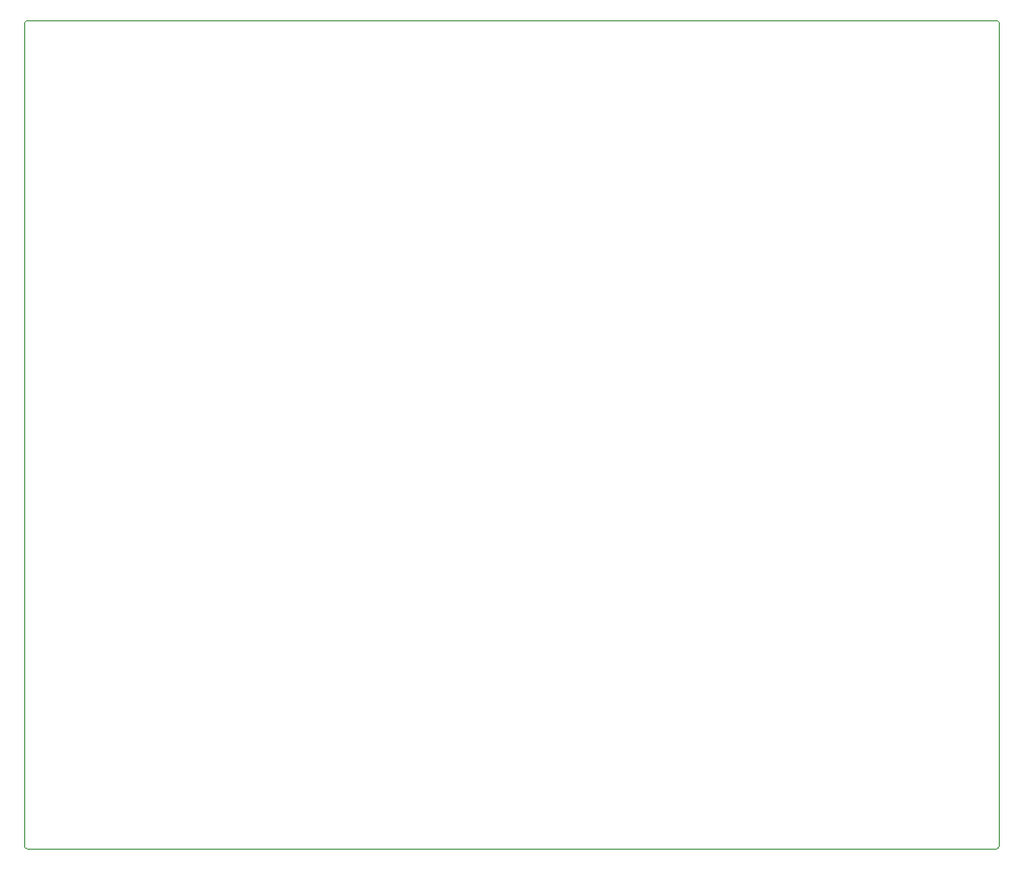
<source format=gbr>
%TF.GenerationSoftware,KiCad,Pcbnew,9.0.6*%
%TF.CreationDate,2025-11-24T10:33:25-08:00*%
%TF.ProjectId,SD-DADPT,53442d44-4144-4505-942e-6b696361645f,PR-1.0b*%
%TF.SameCoordinates,Original*%
%TF.FileFunction,Profile,NP*%
%FSLAX46Y46*%
G04 Gerber Fmt 4.6, Leading zero omitted, Abs format (unit mm)*
G04 Created by KiCad (PCBNEW 9.0.6) date 2025-11-24 10:33:25*
%MOMM*%
%LPD*%
G01*
G04 APERTURE LIST*
%TA.AperFunction,Profile*%
%ADD10C,0.050000*%
%TD*%
G04 APERTURE END LIST*
D10*
X153670000Y-143256000D02*
G75*
G02*
X153416000Y-143510000I-254000J0D01*
G01*
X68834000Y-71120000D02*
X153416000Y-71120000D01*
X153416000Y-71120000D02*
G75*
G02*
X153670000Y-71374000I0J-254000D01*
G01*
X68834000Y-143510000D02*
G75*
G02*
X68580000Y-143256000I0J254000D01*
G01*
X68580000Y-71374000D02*
G75*
G02*
X68834000Y-71120000I254000J0D01*
G01*
X153416000Y-143510000D02*
X68834000Y-143510000D01*
X68580000Y-143256000D02*
X68580000Y-71374000D01*
X153670000Y-71374000D02*
X153670000Y-143256000D01*
M02*

</source>
